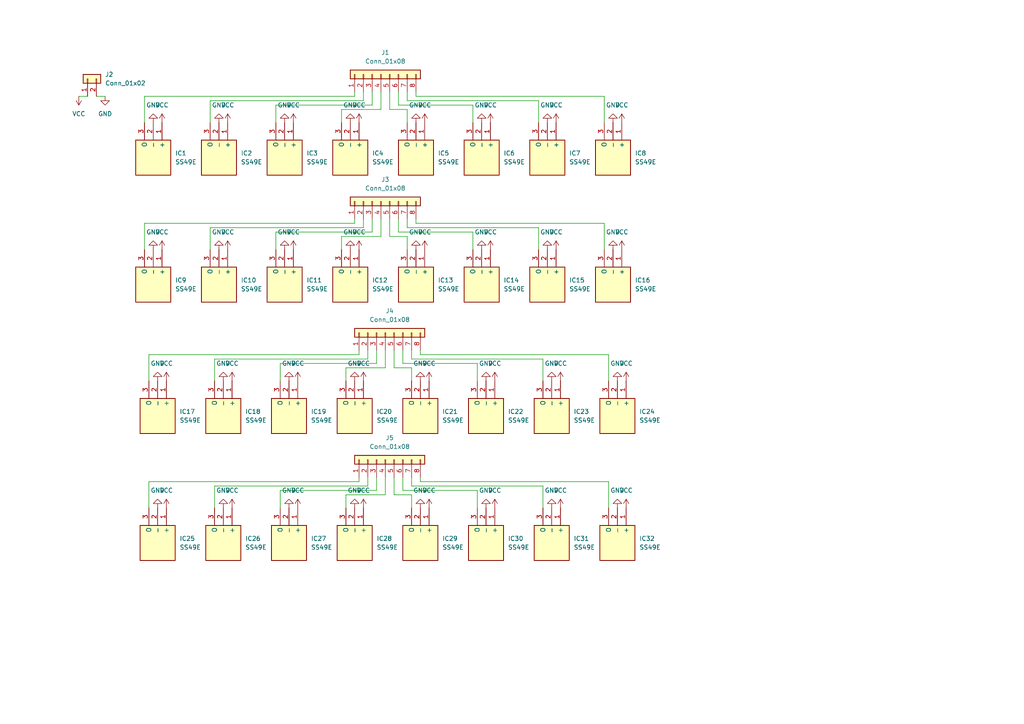
<source format=kicad_sch>
(kicad_sch (version 20230121) (generator eeschema)
  (paper "A4")
  (title_block (title "Chessboard half 1-4 linear hall adaper") (date "2023-09-17") (rev "0") (comment 1 "Schematic for chessboard PCB for ranks 1 through 4"))
  (lib_symbols
    (symbol "Connector_Generic:Conn_01x02" (pin_names (offset 1.016) hide)
      (property "Reference" "J" (at 0 2.54 0))
      (property "Value" "Conn_01x02" (at 0 -5.08 0))
      (symbol "Conn_01x02_1_1"
        (rectangle (start -1.27 -2.413) (end 0 -2.667) (stroke (width 0.1524)))
        (rectangle (start -1.27 0.127) (end 0 -0.127) (stroke (width 0.1524)))
        (rectangle (start -1.27 1.27) (end 1.27 -3.81) (stroke (width 0.254)) (fill (type background)))
        (pin passive line (at -5.08 0 0) (length 3.81) (name "Pin_1") (number "1"))
        (pin passive line (at -5.08 -2.54 0) (length 3.81) (name "Pin_2") (number "2"))
      )
    )
    (symbol "Connector_Generic:Conn_01x08" (pin_names (offset 1.016) hide)
      (property "Reference" "J" (at 0 10.16 0))
      (property "Value" "Conn_01x08" (at 0 -12.7 0))
      (symbol "Conn_01x08_1_1"
        (rectangle (start -1.27 -10.033) (end 0 -10.287) (stroke (width 0.1524)))
        (rectangle (start -1.27 -7.493) (end 0 -7.747) (stroke (width 0.1524)))
        (rectangle (start -1.27 -4.953) (end 0 -5.207) (stroke (width 0.1524)))
        (rectangle (start -1.27 -2.413) (end 0 -2.667) (stroke (width 0.1524)))
        (rectangle (start -1.27 0.127) (end 0 -0.127) (stroke (width 0.1524)))
        (rectangle (start -1.27 2.667) (end 0 2.413) (stroke (width 0.1524)))
        (rectangle (start -1.27 5.207) (end 0 4.953) (stroke (width 0.1524)))
        (rectangle (start -1.27 7.747) (end 0 7.493) (stroke (width 0.1524)))
        (rectangle (start -1.27 8.89) (end 1.27 -11.43) (stroke (width 0.254)) (fill (type background)))
        (pin passive line (at -5.08 7.62 0) (length 3.81) (name "Pin_1") (number "1"))
        (pin passive line (at -5.08 5.08 0) (length 3.81) (name "Pin_2") (number "2"))
        (pin passive line (at -5.08 2.54 0) (length 3.81) (name "Pin_3") (number "3"))
        (pin passive line (at -5.08 0 0) (length 3.81) (name "Pin_4") (number "4"))
        (pin passive line (at -5.08 -2.54 0) (length 3.81) (name "Pin_5") (number "5"))
        (pin passive line (at -5.08 -5.08 0) (length 3.81) (name "Pin_6") (number "6"))
        (pin passive line (at -5.08 -7.62 0) (length 3.81) (name "Pin_7") (number "7"))
        (pin passive line (at -5.08 -10.16 0) (length 3.81) (name "Pin_8") (number "8"))
      )
    )
    (symbol "SamacSys_Parts:SS49E"
      (property "Reference" "IC" (at 16.51 7.62 0))
      (property "Value" "SS49E" (at 16.51 5.08 0))
      (symbol "SS49E_1_1"
        (rectangle (start 5.08 2.54) (end 15.24 -7.62) (stroke (width 0.254)) (fill (type background)))
        (pin passive line (at 0 0 0) (length 5.08) (name "+") (number "1"))
        (pin passive line (at 0 -2.54 0) (length 5.08) (name "-") (number "2"))
        (pin passive line (at 0 -5.08 0) (length 5.08) (name "O") (number "3"))
      )
    )
    (symbol "power:GND" (power) (pin_names (offset 0))
      (property "Value" "GND" (at 0 -3.81 0))
      (symbol "GND_0_1"
        (polyline (pts (xy 0 0) (xy 0 -1.27) (xy 1.27 -1.27) (xy 0 -2.54) (xy -1.27 -1.27) (xy 0 -1.27)))
      )
      (symbol "GND_1_1"
        (pin power_in line (at 0 0 270) (length 0) hide (name "GND") (number "1"))
      )
    )
    (symbol "power:VCC" (power) (pin_names (offset 0))
      (property "Value" "VCC" (at 0 3.81 0))
      (symbol "VCC_0_1"
        (polyline (pts (xy -0.762 1.27) (xy 0 2.54)))
        (polyline (pts (xy 0 0) (xy 0 2.54)))
        (polyline (pts (xy 0 2.54) (xy 0.762 1.27)))
      )
      (symbol "VCC_1_1"
        (pin power_in line (at 0 0 90) (length 0) hide (name "VCC") (number "1"))
      )
    )
  )
  (wire (pts (xy 80.01 30.48) (xy 80.01 35.56)))
  (wire (pts (xy 107.95 63.5) (xy 107.95 67.31)))
  (wire (pts (xy 81.28 105.41) (xy 81.28 110.49)))
  (wire (pts (xy 80.01 67.31) (xy 80.01 72.39)))
  (wire (pts (xy 137.16 67.31) (xy 137.16 72.39)))
  (wire (pts (xy 102.87 63.5) (xy 102.87 64.77)))
  (wire (pts (xy 62.23 110.49) (xy 62.23 104.14)))
  (wire (pts (xy 104.14 102.87) (xy 43.18 102.87)))
  (wire (pts (xy 111.76 138.43) (xy 111.76 143.51)))
  (wire (pts (xy 156.21 66.04) (xy 118.11 66.04)))
  (wire (pts (xy 62.23 147.32) (xy 62.23 140.97)))
  (wire (pts (xy 60.96 66.04) (xy 105.41 66.04)))
  (wire (pts (xy 114.3 138.43) (xy 114.3 143.51)))
  (wire (pts (xy 43.18 102.87) (xy 43.18 110.49)))
  (wire (pts (xy 111.76 101.6) (xy 111.76 106.68)))
  (wire (pts (xy 109.22 101.6) (xy 109.22 105.41)))
  (wire (pts (xy 118.11 63.5) (xy 118.11 66.04)))
  (wire (pts (xy 109.22 138.43) (xy 109.22 142.24)))
  (wire (pts (xy 116.84 142.24) (xy 138.43 142.24)))
  (wire (pts (xy 114.3 106.68) (xy 119.38 106.68)))
  (wire (pts (xy 102.87 27.94) (xy 41.91 27.94)))
  (wire (pts (xy 120.65 63.5) (xy 120.65 64.77)))
  (wire (pts (xy 60.96 72.39) (xy 60.96 66.04)))
  (wire (pts (xy 22.86 27.94) (xy 25.4 27.94)))
  (wire (pts (xy 41.91 27.94) (xy 41.91 35.56)))
  (wire (pts (xy 137.16 30.48) (xy 137.16 35.56)))
  (wire (pts (xy 99.06 72.39) (xy 99.06 68.58)))
  (wire (pts (xy 106.68 101.6) (xy 106.68 104.14)))
  (wire (pts (xy 99.06 31.75) (xy 110.49 31.75)))
  (wire (pts (xy 118.11 31.75) (xy 118.11 35.56)))
  (wire (pts (xy 119.38 138.43) (xy 119.38 140.97)))
  (wire (pts (xy 120.65 64.77) (xy 175.26 64.77)))
  (wire (pts (xy 115.57 30.48) (xy 137.16 30.48)))
  (wire (pts (xy 119.38 106.68) (xy 119.38 110.49)))
  (wire (pts (xy 120.65 27.94) (xy 175.26 27.94)))
  (wire (pts (xy 60.96 35.56) (xy 60.96 29.21)))
  (wire (pts (xy 115.57 63.5) (xy 115.57 67.31)))
  (wire (pts (xy 102.87 64.77) (xy 41.91 64.77)))
  (wire (pts (xy 121.92 101.6) (xy 121.92 102.87)))
  (wire (pts (xy 176.53 139.7) (xy 176.53 147.32)))
  (wire (pts (xy 175.26 27.94) (xy 175.26 35.56)))
  (wire (pts (xy 110.49 63.5) (xy 110.49 68.58)))
  (wire (pts (xy 114.3 101.6) (xy 114.3 106.68)))
  (wire (pts (xy 119.38 101.6) (xy 119.38 104.14)))
  (wire (pts (xy 60.96 29.21) (xy 105.41 29.21)))
  (wire (pts (xy 157.48 140.97) (xy 119.38 140.97)))
  (wire (pts (xy 119.38 143.51) (xy 119.38 147.32)))
  (wire (pts (xy 115.57 26.67) (xy 115.57 30.48)))
  (wire (pts (xy 114.3 143.51) (xy 119.38 143.51)))
  (wire (pts (xy 121.92 102.87) (xy 176.53 102.87)))
  (wire (pts (xy 113.03 68.58) (xy 118.11 68.58)))
  (wire (pts (xy 100.33 106.68) (xy 111.76 106.68)))
  (wire (pts (xy 109.22 105.41) (xy 81.28 105.41)))
  (wire (pts (xy 118.11 26.67) (xy 118.11 29.21)))
  (wire (pts (xy 156.21 72.39) (xy 156.21 66.04)))
  (wire (pts (xy 104.14 138.43) (xy 104.14 139.7)))
  (wire (pts (xy 107.95 26.67) (xy 107.95 30.48)))
  (wire (pts (xy 113.03 26.67) (xy 113.03 31.75)))
  (wire (pts (xy 107.95 67.31) (xy 80.01 67.31)))
  (wire (pts (xy 157.48 147.32) (xy 157.48 140.97)))
  (wire (pts (xy 116.84 101.6) (xy 116.84 105.41)))
  (wire (pts (xy 176.53 102.87) (xy 176.53 110.49)))
  (wire (pts (xy 115.57 67.31) (xy 137.16 67.31)))
  (wire (pts (xy 43.18 139.7) (xy 43.18 147.32)))
  (wire (pts (xy 106.68 138.43) (xy 106.68 140.97)))
  (wire (pts (xy 118.11 68.58) (xy 118.11 72.39)))
  (wire (pts (xy 156.21 29.21) (xy 118.11 29.21)))
  (wire (pts (xy 138.43 105.41) (xy 138.43 110.49)))
  (wire (pts (xy 62.23 104.14) (xy 106.68 104.14)))
  (wire (pts (xy 121.92 138.43) (xy 121.92 139.7)))
  (wire (pts (xy 116.84 105.41) (xy 138.43 105.41)))
  (wire (pts (xy 104.14 101.6) (xy 104.14 102.87)))
  (wire (pts (xy 100.33 147.32) (xy 100.33 143.51)))
  (wire (pts (xy 121.92 139.7) (xy 176.53 139.7)))
  (wire (pts (xy 100.33 143.51) (xy 111.76 143.51)))
  (wire (pts (xy 104.14 139.7) (xy 43.18 139.7)))
  (wire (pts (xy 81.28 142.24) (xy 81.28 147.32)))
  (wire (pts (xy 113.03 63.5) (xy 113.03 68.58)))
  (wire (pts (xy 110.49 26.67) (xy 110.49 31.75)))
  (wire (pts (xy 27.94 27.94) (xy 30.48 27.94)))
  (wire (pts (xy 113.03 31.75) (xy 118.11 31.75)))
  (wire (pts (xy 102.87 26.67) (xy 102.87 27.94)))
  (wire (pts (xy 99.06 35.56) (xy 99.06 31.75)))
  (wire (pts (xy 62.23 140.97) (xy 106.68 140.97)))
  (wire (pts (xy 41.91 64.77) (xy 41.91 72.39)))
  (wire (pts (xy 120.65 26.67) (xy 120.65 27.94)))
  (wire (pts (xy 156.21 35.56) (xy 156.21 29.21)))
  (wire (pts (xy 138.43 142.24) (xy 138.43 147.32)))
  (wire (pts (xy 105.41 26.67) (xy 105.41 29.21)))
  (wire (pts (xy 107.95 30.48) (xy 80.01 30.48)))
  (wire (pts (xy 99.06 68.58) (xy 110.49 68.58)))
  (wire (pts (xy 157.48 110.49) (xy 157.48 104.14)))
  (wire (pts (xy 116.84 138.43) (xy 116.84 142.24)))
  (wire (pts (xy 175.26 64.77) (xy 175.26 72.39)))
  (wire (pts (xy 157.48 104.14) (xy 119.38 104.14)))
  (wire (pts (xy 105.41 63.5) (xy 105.41 66.04)))
  (wire (pts (xy 100.33 110.49) (xy 100.33 106.68)))
  (wire (pts (xy 109.22 142.24) (xy 81.28 142.24)))
  (symbol (lib_id "power:VCC") (at 67.31 147.32 0) (unit 1)
    (property "Reference" "#PWR054" (effects hide))
    (property "Value" "VCC" (at 67.31 142.24 0))
  )
  (symbol (lib_id "SamacSys_Parts:SS49E") (at 48.26 147.32 270) (unit 1)
    (property "Reference" "IC25" (at 52.07 156.21 90) (effects (justify left)))
    (property "Value" "SS49E" (at 52.07 158.75 90) (effects (justify left)))
    (property "Footprint" "SamacSys_Parts:TO130P160X410X300-3P" (effects hide))
    (property "Datasheet" "https://datasheet.datasheetarchive.com/originals/distributors/SFDatasheet-1/sf-00023632.pdf" (effects hide))
    (property "Height" "1.6" (effects hide))
    (property "Manufacturer_Name" "Honeywell" (effects hide))
    (property "Manufacturer_Part_Number" "SS49E" (effects hide))
    (property "Mouser Part Number" "785-SS49E" (effects hide))
    (property "Mouser Price/Stock" "https://www.mouser.co.uk/ProductDetail/Honeywell/SS49E?qs=%2Ffq2y7sSKcJBD3o5K2Vcgg%3D%3D" (effects hide))
    (property "Arrow Part Number" "SS49E" (effects hide))
    (property "Arrow Price/Stock" "https://www.arrow.com/en/products/ss49e/honeywell?region=europe" (effects hide))
  )
  (symbol (lib_id "power:GND") (at 45.72 110.49 180) (unit 1)
    (property "Reference" "#PWR035" (effects hide))
    (property "Value" "GND" (at 45.72 105.41 0))
  )
  (symbol (lib_id "power:GND") (at 82.55 72.39 180) (unit 1)
    (property "Reference" "#PWR023" (effects hide))
    (property "Value" "GND" (at 82.55 67.31 0))
  )
  (symbol (lib_id "power:VCC") (at 105.41 110.49 0) (unit 1)
    (property "Reference" "#PWR042" (effects hide))
    (property "Value" "VCC" (at 105.41 105.41 0))
  )
  (symbol (lib_id "power:VCC") (at 66.04 72.39 0) (unit 1)
    (property "Reference" "#PWR022" (effects hide))
    (property "Value" "VCC" (at 66.04 67.31 0))
  )
  (symbol (lib_id "power:VCC") (at 104.14 35.56 0) (unit 1)
    (property "Reference" "#PWR010" (effects hide))
    (property "Value" "VCC" (at 104.14 30.48 0))
  )
  (symbol (lib_id "power:GND") (at 44.45 35.56 180) (unit 1)
    (property "Reference" "#PWR03" (effects hide))
    (property "Value" "GND" (at 44.45 30.48 0))
  )
  (symbol (lib_id "power:GND") (at 158.75 72.39 180) (unit 1)
    (property "Reference" "#PWR031" (effects hide))
    (property "Value" "GND" (at 158.75 67.31 0))
  )
  (symbol (lib_id "power:GND") (at 102.87 147.32 180) (unit 1)
    (property "Reference" "#PWR057" (effects hide))
    (property "Value" "GND" (at 102.87 142.24 0))
  )
  (symbol (lib_id "power:VCC") (at 161.29 35.56 0) (unit 1)
    (property "Reference" "#PWR016" (effects hide))
    (property "Value" "VCC" (at 161.29 30.48 0))
  )
  (symbol (lib_id "power:GND") (at 83.82 147.32 180) (unit 1)
    (property "Reference" "#PWR055" (effects hide))
    (property "Value" "GND" (at 83.82 142.24 0))
  )
  (symbol (lib_id "power:GND") (at 83.82 110.49 180) (unit 1)
    (property "Reference" "#PWR039" (effects hide))
    (property "Value" "GND" (at 83.82 105.41 0))
  )
  (symbol (lib_id "SamacSys_Parts:SS49E") (at 124.46 110.49 270) (unit 1)
    (property "Reference" "IC21" (at 128.27 119.38 90) (effects (justify left)))
    (property "Value" "SS49E" (at 128.27 121.92 90) (effects (justify left)))
    (property "Footprint" "SamacSys_Parts:TO130P160X410X300-3P" (effects hide))
    (property "Datasheet" "https://datasheet.datasheetarchive.com/originals/distributors/SFDatasheet-1/sf-00023632.pdf" (effects hide))
    (property "Height" "1.6" (effects hide))
    (property "Manufacturer_Name" "Honeywell" (effects hide))
    (property "Manufacturer_Part_Number" "SS49E" (effects hide))
    (property "Mouser Part Number" "785-SS49E" (effects hide))
    (property "Mouser Price/Stock" "https://www.mouser.co.uk/ProductDetail/Honeywell/SS49E?qs=%2Ffq2y7sSKcJBD3o5K2Vcgg%3D%3D" (effects hide))
    (property "Arrow Part Number" "SS49E" (effects hide))
    (property "Arrow Price/Stock" "https://www.arrow.com/en/products/ss49e/honeywell?region=europe" (effects hide))
  )
  (symbol (lib_id "SamacSys_Parts:SS49E") (at 123.19 35.56 270) (unit 1)
    (property "Reference" "IC5" (at 127 44.45 90) (effects (justify left)))
    (property "Value" "SS49E" (at 127 46.99 90) (effects (justify left)))
    (property "Footprint" "SamacSys_Parts:TO130P160X410X300-3P" (effects hide))
    (property "Datasheet" "https://datasheet.datasheetarchive.com/originals/distributors/SFDatasheet-1/sf-00023632.pdf" (effects hide))
    (property "Height" "1.6" (effects hide))
    (property "Manufacturer_Name" "Honeywell" (effects hide))
    (property "Manufacturer_Part_Number" "SS49E" (effects hide))
    (property "Mouser Part Number" "785-SS49E" (effects hide))
    (property "Mouser Price/Stock" "https://www.mouser.co.uk/ProductDetail/Honeywell/SS49E?qs=%2Ffq2y7sSKcJBD3o5K2Vcgg%3D%3D" (effects hide))
    (property "Arrow Part Number" "SS49E" (effects hide))
    (property "Arrow Price/Stock" "https://www.arrow.com/en/products/ss49e/honeywell?region=europe" (effects hide))
  )
  (symbol (lib_id "SamacSys_Parts:SS49E") (at 161.29 72.39 270) (unit 1)
    (property "Reference" "IC15" (at 165.1 81.28 90) (effects (justify left)))
    (property "Value" "SS49E" (at 165.1 83.82 90) (effects (justify left)))
    (property "Footprint" "SamacSys_Parts:TO130P160X410X300-3P" (effects hide))
    (property "Datasheet" "https://datasheet.datasheetarchive.com/originals/distributors/SFDatasheet-1/sf-00023632.pdf" (effects hide))
    (property "Height" "1.6" (effects hide))
    (property "Manufacturer_Name" "Honeywell" (effects hide))
    (property "Manufacturer_Part_Number" "SS49E" (effects hide))
    (property "Mouser Part Number" "785-SS49E" (effects hide))
    (property "Mouser Price/Stock" "https://www.mouser.co.uk/ProductDetail/Honeywell/SS49E?qs=%2Ffq2y7sSKcJBD3o5K2Vcgg%3D%3D" (effects hide))
    (property "Arrow Part Number" "SS49E" (effects hide))
    (property "Arrow Price/Stock" "https://www.arrow.com/en/products/ss49e/honeywell?region=europe" (effects hide))
  )
  (symbol (lib_id "power:GND") (at 63.5 72.39 180) (unit 1)
    (property "Reference" "#PWR021" (effects hide))
    (property "Value" "GND" (at 63.5 67.31 0))
  )
  (symbol (lib_id "SamacSys_Parts:SS49E") (at 86.36 110.49 270) (unit 1)
    (property "Reference" "IC19" (at 90.17 119.38 90) (effects (justify left)))
    (property "Value" "SS49E" (at 90.17 121.92 90) (effects (justify left)))
    (property "Footprint" "SamacSys_Parts:TO130P160X410X300-3P" (effects hide))
    (property "Datasheet" "https://datasheet.datasheetarchive.com/originals/distributors/SFDatasheet-1/sf-00023632.pdf" (effects hide))
    (property "Height" "1.6" (effects hide))
    (property "Manufacturer_Name" "Honeywell" (effects hide))
    (property "Manufacturer_Part_Number" "SS49E" (effects hide))
    (property "Mouser Part Number" "785-SS49E" (effects hide))
    (property "Mouser Price/Stock" "https://www.mouser.co.uk/ProductDetail/Honeywell/SS49E?qs=%2Ffq2y7sSKcJBD3o5K2Vcgg%3D%3D" (effects hide))
    (property "Arrow Part Number" "SS49E" (effects hide))
    (property "Arrow Price/Stock" "https://www.arrow.com/en/products/ss49e/honeywell?region=europe" (effects hide))
  )
  (symbol (lib_id "power:VCC") (at 85.09 35.56 0) (unit 1)
    (property "Reference" "#PWR08" (effects hide))
    (property "Value" "VCC" (at 85.09 30.48 0))
  )
  (symbol (lib_id "power:GND") (at 63.5 35.56 180) (unit 1)
    (property "Reference" "#PWR05" (effects hide))
    (property "Value" "GND" (at 63.5 30.48 0))
  )
  (symbol (lib_id "power:VCC") (at 181.61 110.49 0) (unit 1)
    (property "Reference" "#PWR050" (effects hide))
    (property "Value" "VCC" (at 181.61 105.41 0))
  )
  (symbol (lib_id "power:VCC") (at 86.36 147.32 0) (unit 1)
    (property "Reference" "#PWR056" (effects hide))
    (property "Value" "VCC" (at 86.36 142.24 0))
  )
  (symbol (lib_id "power:VCC") (at 123.19 72.39 0) (unit 1)
    (property "Reference" "#PWR028" (effects hide))
    (property "Value" "VCC" (at 123.19 67.31 0))
  )
  (symbol (lib_id "power:VCC") (at 142.24 72.39 0) (unit 1)
    (property "Reference" "#PWR030" (effects hide))
    (property "Value" "VCC" (at 142.24 67.31 0))
  )
  (symbol (lib_id "power:VCC") (at 46.99 35.56 0) (unit 1)
    (property "Reference" "#PWR04" (effects hide))
    (property "Value" "VCC" (at 46.99 30.48 0))
  )
  (symbol (lib_id "power:GND") (at 179.07 110.49 180) (unit 1)
    (property "Reference" "#PWR049" (effects hide))
    (property "Value" "GND" (at 179.07 105.41 0))
  )
  (symbol (lib_id "power:VCC") (at 85.09 72.39 0) (unit 1)
    (property "Reference" "#PWR024" (effects hide))
    (property "Value" "VCC" (at 85.09 67.31 0))
  )
  (symbol (lib_id "power:VCC") (at 48.26 147.32 0) (unit 1)
    (property "Reference" "#PWR052" (effects hide))
    (property "Value" "VCC" (at 48.26 142.24 0))
  )
  (symbol (lib_id "power:GND") (at 101.6 72.39 180) (unit 1)
    (property "Reference" "#PWR025" (effects hide))
    (property "Value" "GND" (at 101.6 67.31 0))
  )
  (symbol (lib_id "SamacSys_Parts:SS49E") (at 104.14 35.56 270) (unit 1)
    (property "Reference" "IC4" (at 107.95 44.45 90) (effects (justify left)))
    (property "Value" "SS49E" (at 107.95 46.99 90) (effects (justify left)))
    (property "Footprint" "SamacSys_Parts:TO130P160X410X300-3P" (effects hide))
    (property "Datasheet" "https://datasheet.datasheetarchive.com/originals/distributors/SFDatasheet-1/sf-00023632.pdf" (effects hide))
    (property "Height" "1.6" (effects hide))
    (property "Manufacturer_Name" "Honeywell" (effects hide))
    (property "Manufacturer_Part_Number" "SS49E" (effects hide))
    (property "Mouser Part Number" "785-SS49E" (effects hide))
    (property "Mouser Price/Stock" "https://www.mouser.co.uk/ProductDetail/Honeywell/SS49E?qs=%2Ffq2y7sSKcJBD3o5K2Vcgg%3D%3D" (effects hide))
    (property "Arrow Part Number" "SS49E" (effects hide))
    (property "Arrow Price/Stock" "https://www.arrow.com/en/products/ss49e/honeywell?region=europe" (effects hide))
  )
  (symbol (lib_id "power:GND") (at 140.97 110.49 180) (unit 1)
    (property "Reference" "#PWR045" (effects hide))
    (property "Value" "GND" (at 140.97 105.41 0))
  )
  (symbol (lib_id "Connector_Generic:Conn_01x08") (at 110.49 58.42 90) (unit 1)
    (property "Reference" "J3" (at 111.76 52.07 90))
    (property "Value" "Conn_01x08" (at 111.76 54.61 90))
    (property "Footprint" "Connector_PinHeader_2.54mm:PinHeader_1x08_P2.54mm_Vertical" (effects hide))
  )
  (symbol (lib_id "power:GND") (at 120.65 35.56 180) (unit 1)
    (property "Reference" "#PWR011" (effects hide))
    (property "Value" "GND" (at 120.65 30.48 0))
  )
  (symbol (lib_id "power:GND") (at 121.92 147.32 180) (unit 1)
    (property "Reference" "#PWR059" (effects hide))
    (property "Value" "GND" (at 121.92 142.24 0))
  )
  (symbol (lib_id "SamacSys_Parts:SS49E") (at 86.36 147.32 270) (unit 1)
    (property "Reference" "IC27" (at 90.17 156.21 90) (effects (justify left)))
    (property "Value" "SS49E" (at 90.17 158.75 90) (effects (justify left)))
    (property "Footprint" "SamacSys_Parts:TO130P160X410X300-3P" (effects hide))
    (property "Datasheet" "https://datasheet.datasheetarchive.com/originals/distributors/SFDatasheet-1/sf-00023632.pdf" (effects hide))
    (property "Height" "1.6" (effects hide))
    (property "Manufacturer_Name" "Honeywell" (effects hide))
    (property "Manufacturer_Part_Number" "SS49E" (effects hide))
    (property "Mouser Part Number" "785-SS49E" (effects hide))
    (property "Mouser Price/Stock" "https://www.mouser.co.uk/ProductDetail/Honeywell/SS49E?qs=%2Ffq2y7sSKcJBD3o5K2Vcgg%3D%3D" (effects hide))
    (property "Arrow Part Number" "SS49E" (effects hide))
    (property "Arrow Price/Stock" "https://www.arrow.com/en/products/ss49e/honeywell?region=europe" (effects hide))
  )
  (symbol (lib_id "power:GND") (at 121.92 110.49 180) (unit 1)
    (property "Reference" "#PWR043" (effects hide))
    (property "Value" "GND" (at 121.92 105.41 0))
  )
  (symbol (lib_id "power:VCC") (at 162.56 147.32 0) (unit 1)
    (property "Reference" "#PWR064" (effects hide))
    (property "Value" "VCC" (at 162.56 142.24 0))
  )
  (symbol (lib_id "power:GND") (at 120.65 72.39 180) (unit 1)
    (property "Reference" "#PWR027" (effects hide))
    (property "Value" "GND" (at 120.65 67.31 0))
  )
  (symbol (lib_id "power:GND") (at 64.77 110.49 180) (unit 1)
    (property "Reference" "#PWR037" (effects hide))
    (property "Value" "GND" (at 64.77 105.41 0))
  )
  (symbol (lib_id "SamacSys_Parts:SS49E") (at 142.24 72.39 270) (unit 1)
    (property "Reference" "IC14" (at 146.05 81.28 90) (effects (justify left)))
    (property "Value" "SS49E" (at 146.05 83.82 90) (effects (justify left)))
    (property "Footprint" "SamacSys_Parts:TO130P160X410X300-3P" (effects hide))
    (property "Datasheet" "https://datasheet.datasheetarchive.com/originals/distributors/SFDatasheet-1/sf-00023632.pdf" (effects hide))
    (property "Height" "1.6" (effects hide))
    (property "Manufacturer_Name" "Honeywell" (effects hide))
    (property "Manufacturer_Part_Number" "SS49E" (effects hide))
    (property "Mouser Part Number" "785-SS49E" (effects hide))
    (property "Mouser Price/Stock" "https://www.mouser.co.uk/ProductDetail/Honeywell/SS49E?qs=%2Ffq2y7sSKcJBD3o5K2Vcgg%3D%3D" (effects hide))
    (property "Arrow Part Number" "SS49E" (effects hide))
    (property "Arrow Price/Stock" "https://www.arrow.com/en/products/ss49e/honeywell?region=europe" (effects hide))
  )
  (symbol (lib_id "power:VCC") (at 180.34 72.39 0) (unit 1)
    (property "Reference" "#PWR034" (effects hide))
    (property "Value" "VCC" (at 180.34 67.31 0))
  )
  (symbol (lib_id "SamacSys_Parts:SS49E") (at 105.41 147.32 270) (unit 1)
    (property "Reference" "IC28" (at 109.22 156.21 90) (effects (justify left)))
    (property "Value" "SS49E" (at 109.22 158.75 90) (effects (justify left)))
    (property "Footprint" "SamacSys_Parts:TO130P160X410X300-3P" (effects hide))
    (property "Datasheet" "https://datasheet.datasheetarchive.com/originals/distributors/SFDatasheet-1/sf-00023632.pdf" (effects hide))
    (property "Height" "1.6" (effects hide))
    (property "Manufacturer_Name" "Honeywell" (effects hide))
    (property "Manufacturer_Part_Number" "SS49E" (effects hide))
    (property "Mouser Part Number" "785-SS49E" (effects hide))
    (property "Mouser Price/Stock" "https://www.mouser.co.uk/ProductDetail/Honeywell/SS49E?qs=%2Ffq2y7sSKcJBD3o5K2Vcgg%3D%3D" (effects hide))
    (property "Arrow Part Number" "SS49E" (effects hide))
    (property "Arrow Price/Stock" "https://www.arrow.com/en/products/ss49e/honeywell?region=europe" (effects hide))
  )
  (symbol (lib_id "power:VCC") (at 123.19 35.56 0) (unit 1)
    (property "Reference" "#PWR012" (effects hide))
    (property "Value" "VCC" (at 123.19 30.48 0))
  )
  (symbol (lib_id "SamacSys_Parts:SS49E") (at 161.29 35.56 270) (unit 1)
    (property "Reference" "IC7" (at 165.1 44.45 90) (effects (justify left)))
    (property "Value" "SS49E" (at 165.1 46.99 90) (effects (justify left)))
    (property "Footprint" "SamacSys_Parts:TO130P160X410X300-3P" (effects hide))
    (property "Datasheet" "https://datasheet.datasheetarchive.com/originals/distributors/SFDatasheet-1/sf-00023632.pdf" (effects hide))
    (property "Height" "1.6" (effects hide))
    (property "Manufacturer_Name" "Honeywell" (effects hide))
    (property "Manufacturer_Part_Number" "SS49E" (effects hide))
    (property "Mouser Part Number" "785-SS49E" (effects hide))
    (property "Mouser Price/Stock" "https://www.mouser.co.uk/ProductDetail/Honeywell/SS49E?qs=%2Ffq2y7sSKcJBD3o5K2Vcgg%3D%3D" (effects hide))
    (property "Arrow Part Number" "SS49E" (effects hide))
    (property "Arrow Price/Stock" "https://www.arrow.com/en/products/ss49e/honeywell?region=europe" (effects hide))
  )
  (symbol (lib_id "power:GND") (at 177.8 35.56 180) (unit 1)
    (property "Reference" "#PWR017" (effects hide))
    (property "Value" "GND" (at 177.8 30.48 0))
  )
  (symbol (lib_id "SamacSys_Parts:SS49E") (at 66.04 72.39 270) (unit 1)
    (property "Reference" "IC10" (at 69.85 81.28 90) (effects (justify left)))
    (property "Value" "SS49E" (at 69.85 83.82 90) (effects (justify left)))
    (property "Footprint" "SamacSys_Parts:TO130P160X410X300-3P" (effects hide))
    (property "Datasheet" "https://datasheet.datasheetarchive.com/originals/distributors/SFDatasheet-1/sf-00023632.pdf" (effects hide))
    (property "Height" "1.6" (effects hide))
    (property "Manufacturer_Name" "Honeywell" (effects hide))
    (property "Manufacturer_Part_Number" "SS49E" (effects hide))
    (property "Mouser Part Number" "785-SS49E" (effects hide))
    (property "Mouser Price/Stock" "https://www.mouser.co.uk/ProductDetail/Honeywell/SS49E?qs=%2Ffq2y7sSKcJBD3o5K2Vcgg%3D%3D" (effects hide))
    (property "Arrow Part Number" "SS49E" (effects hide))
    (property "Arrow Price/Stock" "https://www.arrow.com/en/products/ss49e/honeywell?region=europe" (effects hide))
  )
  (symbol (lib_id "Connector_Generic:Conn_01x08") (at 111.76 133.35 90) (unit 1)
    (property "Reference" "J5" (at 113.03 127 90))
    (property "Value" "Conn_01x08" (at 113.03 129.54 90))
    (property "Footprint" "Connector_PinHeader_2.54mm:PinHeader_1x08_P2.54mm_Vertical" (effects hide))
  )
  (symbol (lib_id "power:VCC") (at 46.99 72.39 0) (unit 1)
    (property "Reference" "#PWR020" (effects hide))
    (property "Value" "VCC" (at 46.99 67.31 0))
  )
  (symbol (lib_id "SamacSys_Parts:SS49E") (at 105.41 110.49 270) (unit 1)
    (property "Reference" "IC20" (at 109.22 119.38 90) (effects (justify left)))
    (property "Value" "SS49E" (at 109.22 121.92 90) (effects (justify left)))
    (property "Footprint" "SamacSys_Parts:TO130P160X410X300-3P" (effects hide))
    (property "Datasheet" "https://datasheet.datasheetarchive.com/originals/distributors/SFDatasheet-1/sf-00023632.pdf" (effects hide))
    (property "Height" "1.6" (effects hide))
    (property "Manufacturer_Name" "Honeywell" (effects hide))
    (property "Manufacturer_Part_Number" "SS49E" (effects hide))
    (property "Mouser Part Number" "785-SS49E" (effects hide))
    (property "Mouser Price/Stock" "https://www.mouser.co.uk/ProductDetail/Honeywell/SS49E?qs=%2Ffq2y7sSKcJBD3o5K2Vcgg%3D%3D" (effects hide))
    (property "Arrow Part Number" "SS49E" (effects hide))
    (property "Arrow Price/Stock" "https://www.arrow.com/en/products/ss49e/honeywell?region=europe" (effects hide))
  )
  (symbol (lib_id "power:GND") (at 160.02 110.49 180) (unit 1)
    (property "Reference" "#PWR047" (effects hide))
    (property "Value" "GND" (at 160.02 105.41 0))
  )
  (symbol (lib_id "SamacSys_Parts:SS49E") (at 123.19 72.39 270) (unit 1)
    (property "Reference" "IC13" (at 127 81.28 90) (effects (justify left)))
    (property "Value" "SS49E" (at 127 83.82 90) (effects (justify left)))
    (property "Footprint" "SamacSys_Parts:TO130P160X410X300-3P" (effects hide))
    (property "Datasheet" "https://datasheet.datasheetarchive.com/originals/distributors/SFDatasheet-1/sf-00023632.pdf" (effects hide))
    (property "Height" "1.6" (effects hide))
    (property "Manufacturer_Name" "Honeywell" (effects hide))
    (property "Manufacturer_Part_Number" "SS49E" (effects hide))
    (property "Mouser Part Number" "785-SS49E" (effects hide))
    (property "Mouser Price/Stock" "https://www.mouser.co.uk/ProductDetail/Honeywell/SS49E?qs=%2Ffq2y7sSKcJBD3o5K2Vcgg%3D%3D" (effects hide))
    (property "Arrow Part Number" "SS49E" (effects hide))
    (property "Arrow Price/Stock" "https://www.arrow.com/en/products/ss49e/honeywell?region=europe" (effects hide))
  )
  (symbol (lib_id "power:GND") (at 179.07 147.32 180) (unit 1)
    (property "Reference" "#PWR065" (effects hide))
    (property "Value" "GND" (at 179.07 142.24 0))
  )
  (symbol (lib_id "SamacSys_Parts:SS49E") (at 85.09 72.39 270) (unit 1)
    (property "Reference" "IC11" (at 88.9 81.28 90) (effects (justify left)))
    (property "Value" "SS49E" (at 88.9 83.82 90) (effects (justify left)))
    (property "Footprint" "SamacSys_Parts:TO130P160X410X300-3P" (effects hide))
    (property "Datasheet" "https://datasheet.datasheetarchive.com/originals/distributors/SFDatasheet-1/sf-00023632.pdf" (effects hide))
    (property "Height" "1.6" (effects hide))
    (property "Manufacturer_Name" "Honeywell" (effects hide))
    (property "Manufacturer_Part_Number" "SS49E" (effects hide))
    (property "Mouser Part Number" "785-SS49E" (effects hide))
    (property "Mouser Price/Stock" "https://www.mouser.co.uk/ProductDetail/Honeywell/SS49E?qs=%2Ffq2y7sSKcJBD3o5K2Vcgg%3D%3D" (effects hide))
    (property "Arrow Part Number" "SS49E" (effects hide))
    (property "Arrow Price/Stock" "https://www.arrow.com/en/products/ss49e/honeywell?region=europe" (effects hide))
  )
  (symbol (lib_id "power:GND") (at 158.75 35.56 180) (unit 1)
    (property "Reference" "#PWR015" (effects hide))
    (property "Value" "GND" (at 158.75 30.48 0))
  )
  (symbol (lib_id "power:GND") (at 44.45 72.39 180) (unit 1)
    (property "Reference" "#PWR019" (effects hide))
    (property "Value" "GND" (at 44.45 67.31 0))
  )
  (symbol (lib_id "SamacSys_Parts:SS49E") (at 142.24 35.56 270) (unit 1)
    (property "Reference" "IC6" (at 146.05 44.45 90) (effects (justify left)))
    (property "Value" "SS49E" (at 146.05 46.99 90) (effects (justify left)))
    (property "Footprint" "SamacSys_Parts:TO130P160X410X300-3P" (effects hide))
    (property "Datasheet" "https://datasheet.datasheetarchive.com/originals/distributors/SFDatasheet-1/sf-00023632.pdf" (effects hide))
    (property "Height" "1.6" (effects hide))
    (property "Manufacturer_Name" "Honeywell" (effects hide))
    (property "Manufacturer_Part_Number" "SS49E" (effects hide))
    (property "Mouser Part Number" "785-SS49E" (effects hide))
    (property "Mouser Price/Stock" "https://www.mouser.co.uk/ProductDetail/Honeywell/SS49E?qs=%2Ffq2y7sSKcJBD3o5K2Vcgg%3D%3D" (effects hide))
    (property "Arrow Part Number" "SS49E" (effects hide))
    (property "Arrow Price/Stock" "https://www.arrow.com/en/products/ss49e/honeywell?region=europe" (effects hide))
  )
  (symbol (lib_id "power:VCC") (at 124.46 110.49 0) (unit 1)
    (property "Reference" "#PWR044" (effects hide))
    (property "Value" "VCC" (at 124.46 105.41 0))
  )
  (symbol (lib_id "SamacSys_Parts:SS49E") (at 66.04 35.56 270) (unit 1)
    (property "Reference" "IC2" (at 69.85 44.45 90) (effects (justify left)))
    (property "Value" "SS49E" (at 69.85 46.99 90) (effects (justify left)))
    (property "Footprint" "SamacSys_Parts:TO130P160X410X300-3P" (effects hide))
    (property "Datasheet" "https://datasheet.datasheetarchive.com/originals/distributors/SFDatasheet-1/sf-00023632.pdf" (effects hide))
    (property "Height" "1.6" (effects hide))
    (property "Manufacturer_Name" "Honeywell" (effects hide))
    (property "Manufacturer_Part_Number" "SS49E" (effects hide))
    (property "Mouser Part Number" "785-SS49E" (effects hide))
    (property "Mouser Price/Stock" "https://www.mouser.co.uk/ProductDetail/Honeywell/SS49E?qs=%2Ffq2y7sSKcJBD3o5K2Vcgg%3D%3D" (effects hide))
    (property "Arrow Part Number" "SS49E" (effects hide))
    (property "Arrow Price/Stock" "https://www.arrow.com/en/products/ss49e/honeywell?region=europe" (effects hide))
  )
  (symbol (lib_id "power:VCC") (at 161.29 72.39 0) (unit 1)
    (property "Reference" "#PWR032" (effects hide))
    (property "Value" "VCC" (at 161.29 67.31 0))
  )
  (symbol (lib_id "power:VCC") (at 124.46 147.32 0) (unit 1)
    (property "Reference" "#PWR060" (effects hide))
    (property "Value" "VCC" (at 124.46 142.24 0))
  )
  (symbol (lib_id "power:VCC") (at 48.26 110.49 0) (unit 1)
    (property "Reference" "#PWR036" (effects hide))
    (property "Value" "VCC" (at 48.26 105.41 0))
  )
  (symbol (lib_id "SamacSys_Parts:SS49E") (at 143.51 147.32 270) (unit 1)
    (property "Reference" "IC30" (at 147.32 156.21 90) (effects (justify left)))
    (property "Value" "SS49E" (at 147.32 158.75 90) (effects (justify left)))
    (property "Footprint" "SamacSys_Parts:TO130P160X410X300-3P" (effects hide))
    (property "Datasheet" "https://datasheet.datasheetarchive.com/originals/distributors/SFDatasheet-1/sf-00023632.pdf" (effects hide))
    (property "Height" "1.6" (effects hide))
    (property "Manufacturer_Name" "Honeywell" (effects hide))
    (property "Manufacturer_Part_Number" "SS49E" (effects hide))
    (property "Mouser Part Number" "785-SS49E" (effects hide))
    (property "Mouser Price/Stock" "https://www.mouser.co.uk/ProductDetail/Honeywell/SS49E?qs=%2Ffq2y7sSKcJBD3o5K2Vcgg%3D%3D" (effects hide))
    (property "Arrow Part Number" "SS49E" (effects hide))
    (property "Arrow Price/Stock" "https://www.arrow.com/en/products/ss49e/honeywell?region=europe" (effects hide))
  )
  (symbol (lib_id "power:GND") (at 30.48 27.94 0) (unit 1)
    (property "Reference" "#PWR02" (effects hide))
    (property "Value" "GND" (at 30.48 33.02 0))
  )
  (symbol (lib_id "power:GND") (at 101.6 35.56 180) (unit 1)
    (property "Reference" "#PWR09" (effects hide))
    (property "Value" "GND" (at 101.6 30.48 0))
  )
  (symbol (lib_id "Connector_Generic:Conn_01x08") (at 110.49 21.59 90) (unit 1)
    (property "Reference" "J1" (at 111.76 15.24 90))
    (property "Value" "Conn_01x08" (at 111.76 17.78 90))
    (property "Footprint" "Connector_PinHeader_2.54mm:PinHeader_1x08_P2.54mm_Vertical" (effects hide))
  )
  (symbol (lib_id "SamacSys_Parts:SS49E") (at 124.46 147.32 270) (unit 1)
    (property "Reference" "IC29" (at 128.27 156.21 90) (effects (justify left)))
    (property "Value" "SS49E" (at 128.27 158.75 90) (effects (justify left)))
    (property "Footprint" "SamacSys_Parts:TO130P160X410X300-3P" (effects hide))
    (property "Datasheet" "https://datasheet.datasheetarchive.com/originals/distributors/SFDatasheet-1/sf-00023632.pdf" (effects hide))
    (property "Height" "1.6" (effects hide))
    (property "Manufacturer_Name" "Honeywell" (effects hide))
    (property "Manufacturer_Part_Number" "SS49E" (effects hide))
    (property "Mouser Part Number" "785-SS49E" (effects hide))
    (property "Mouser Price/Stock" "https://www.mouser.co.uk/ProductDetail/Honeywell/SS49E?qs=%2Ffq2y7sSKcJBD3o5K2Vcgg%3D%3D" (effects hide))
    (property "Arrow Part Number" "SS49E" (effects hide))
    (property "Arrow Price/Stock" "https://www.arrow.com/en/products/ss49e/honeywell?region=europe" (effects hide))
  )
  (symbol (lib_id "SamacSys_Parts:SS49E") (at 181.61 110.49 270) (unit 1)
    (property "Reference" "IC24" (at 185.42 119.38 90) (effects (justify left)))
    (property "Value" "SS49E" (at 185.42 121.92 90) (effects (justify left)))
    (property "Footprint" "SamacSys_Parts:TO130P160X410X300-3P" (effects hide))
    (property "Datasheet" "https://datasheet.datasheetarchive.com/originals/distributors/SFDatasheet-1/sf-00023632.pdf" (effects hide))
    (property "Height" "1.6" (effects hide))
    (property "Manufacturer_Name" "Honeywell" (effects hide))
    (property "Manufacturer_Part_Number" "SS49E" (effects hide))
    (property "Mouser Part Number" "785-SS49E" (effects hide))
    (property "Mouser Price/Stock" "https://www.mouser.co.uk/ProductDetail/Honeywell/SS49E?qs=%2Ffq2y7sSKcJBD3o5K2Vcgg%3D%3D" (effects hide))
    (property "Arrow Part Number" "SS49E" (effects hide))
    (property "Arrow Price/Stock" "https://www.arrow.com/en/products/ss49e/honeywell?region=europe" (effects hide))
  )
  (symbol (lib_id "SamacSys_Parts:SS49E") (at 162.56 147.32 270) (unit 1)
    (property "Reference" "IC31" (at 166.37 156.21 90) (effects (justify left)))
    (property "Value" "SS49E" (at 166.37 158.75 90) (effects (justify left)))
    (property "Footprint" "SamacSys_Parts:TO130P160X410X300-3P" (effects hide))
    (property "Datasheet" "https://datasheet.datasheetarchive.com/originals/distributors/SFDatasheet-1/sf-00023632.pdf" (effects hide))
    (property "Height" "1.6" (effects hide))
    (property "Manufacturer_Name" "Honeywell" (effects hide))
    (property "Manufacturer_Part_Number" "SS49E" (effects hide))
    (property "Mouser Part Number" "785-SS49E" (effects hide))
    (property "Mouser Price/Stock" "https://www.mouser.co.uk/ProductDetail/Honeywell/SS49E?qs=%2Ffq2y7sSKcJBD3o5K2Vcgg%3D%3D" (effects hide))
    (property "Arrow Part Number" "SS49E" (effects hide))
    (property "Arrow Price/Stock" "https://www.arrow.com/en/products/ss49e/honeywell?region=europe" (effects hide))
  )
  (symbol (lib_id "power:GND") (at 139.7 35.56 180) (unit 1)
    (property "Reference" "#PWR013" (effects hide))
    (property "Value" "GND" (at 139.7 30.48 0))
  )
  (symbol (lib_id "power:VCC") (at 104.14 72.39 0) (unit 1)
    (property "Reference" "#PWR026" (effects hide))
    (property "Value" "VCC" (at 104.14 67.31 0))
  )
  (symbol (lib_id "SamacSys_Parts:SS49E") (at 181.61 147.32 270) (unit 1)
    (property "Reference" "IC32" (at 185.42 156.21 90) (effects (justify left)))
    (property "Value" "SS49E" (at 185.42 158.75 90) (effects (justify left)))
    (property "Footprint" "SamacSys_Parts:TO130P160X410X300-3P" (effects hide))
    (property "Datasheet" "https://datasheet.datasheetarchive.com/originals/distributors/SFDatasheet-1/sf-00023632.pdf" (effects hide))
    (property "Height" "1.6" (effects hide))
    (property "Manufacturer_Name" "Honeywell" (effects hide))
    (property "Manufacturer_Part_Number" "SS49E" (effects hide))
    (property "Mouser Part Number" "785-SS49E" (effects hide))
    (property "Mouser Price/Stock" "https://www.mouser.co.uk/ProductDetail/Honeywell/SS49E?qs=%2Ffq2y7sSKcJBD3o5K2Vcgg%3D%3D" (effects hide))
    (property "Arrow Part Number" "SS49E" (effects hide))
    (property "Arrow Price/Stock" "https://www.arrow.com/en/products/ss49e/honeywell?region=europe" (effects hide))
  )
  (symbol (lib_id "SamacSys_Parts:SS49E") (at 67.31 110.49 270) (unit 1)
    (property "Reference" "IC18" (at 71.12 119.38 90) (effects (justify left)))
    (property "Value" "SS49E" (at 71.12 121.92 90) (effects (justify left)))
    (property "Footprint" "SamacSys_Parts:TO130P160X410X300-3P" (effects hide))
    (property "Datasheet" "https://datasheet.datasheetarchive.com/originals/distributors/SFDatasheet-1/sf-00023632.pdf" (effects hide))
    (property "Height" "1.6" (effects hide))
    (property "Manufacturer_Name" "Honeywell" (effects hide))
    (property "Manufacturer_Part_Number" "SS49E" (effects hide))
    (property "Mouser Part Number" "785-SS49E" (effects hide))
    (property "Mouser Price/Stock" "https://www.mouser.co.uk/ProductDetail/Honeywell/SS49E?qs=%2Ffq2y7sSKcJBD3o5K2Vcgg%3D%3D" (effects hide))
    (property "Arrow Part Number" "SS49E" (effects hide))
    (property "Arrow Price/Stock" "https://www.arrow.com/en/products/ss49e/honeywell?region=europe" (effects hide))
  )
  (symbol (lib_id "power:GND") (at 140.97 147.32 180) (unit 1)
    (property "Reference" "#PWR061" (effects hide))
    (property "Value" "GND" (at 140.97 142.24 0))
  )
  (symbol (lib_id "SamacSys_Parts:SS49E") (at 46.99 35.56 270) (unit 1)
    (property "Reference" "IC1" (at 50.8 44.45 90) (effects (justify left)))
    (property "Value" "SS49E" (at 50.8 46.99 90) (effects (justify left)))
    (property "Footprint" "SamacSys_Parts:TO130P160X410X300-3P" (effects hide))
    (property "Datasheet" "https://datasheet.datasheetarchive.com/originals/distributors/SFDatasheet-1/sf-00023632.pdf" (effects hide))
    (property "Height" "1.6" (effects hide))
    (property "Manufacturer_Name" "Honeywell" (effects hide))
    (property "Manufacturer_Part_Number" "SS49E" (effects hide))
    (property "Mouser Part Number" "785-SS49E" (effects hide))
    (property "Mouser Price/Stock" "https://www.mouser.co.uk/ProductDetail/Honeywell/SS49E?qs=%2Ffq2y7sSKcJBD3o5K2Vcgg%3D%3D" (effects hide))
    (property "Arrow Part Number" "SS49E" (effects hide))
    (property "Arrow Price/Stock" "https://www.arrow.com/en/products/ss49e/honeywell?region=europe" (effects hide))
  )
  (symbol (lib_id "SamacSys_Parts:SS49E") (at 85.09 35.56 270) (unit 1)
    (property "Reference" "IC3" (at 88.9 44.45 90) (effects (justify left)))
    (property "Value" "SS49E" (at 88.9 46.99 90) (effects (justify left)))
    (property "Footprint" "SamacSys_Parts:TO130P160X410X300-3P" (effects hide))
    (property "Datasheet" "https://datasheet.datasheetarchive.com/originals/distributors/SFDatasheet-1/sf-00023632.pdf" (effects hide))
    (property "Height" "1.6" (effects hide))
    (property "Manufacturer_Name" "Honeywell" (effects hide))
    (property "Manufacturer_Part_Number" "SS49E" (effects hide))
    (property "Mouser Part Number" "785-SS49E" (effects hide))
    (property "Mouser Price/Stock" "https://www.mouser.co.uk/ProductDetail/Honeywell/SS49E?qs=%2Ffq2y7sSKcJBD3o5K2Vcgg%3D%3D" (effects hide))
    (property "Arrow Part Number" "SS49E" (effects hide))
    (property "Arrow Price/Stock" "https://www.arrow.com/en/products/ss49e/honeywell?region=europe" (effects hide))
  )
  (symbol (lib_id "power:VCC") (at 180.34 35.56 0) (unit 1)
    (property "Reference" "#PWR018" (effects hide))
    (property "Value" "VCC" (at 180.34 30.48 0))
  )
  (symbol (lib_id "SamacSys_Parts:SS49E") (at 46.99 72.39 270) (unit 1)
    (property "Reference" "IC9" (at 50.8 81.28 90) (effects (justify left)))
    (property "Value" "SS49E" (at 50.8 83.82 90) (effects (justify left)))
    (property "Footprint" "SamacSys_Parts:TO130P160X410X300-3P" (effects hide))
    (property "Datasheet" "https://datasheet.datasheetarchive.com/originals/distributors/SFDatasheet-1/sf-00023632.pdf" (effects hide))
    (property "Height" "1.6" (effects hide))
    (property "Manufacturer_Name" "Honeywell" (effects hide))
    (property "Manufacturer_Part_Number" "SS49E" (effects hide))
    (property "Mouser Part Number" "785-SS49E" (effects hide))
    (property "Mouser Price/Stock" "https://www.mouser.co.uk/ProductDetail/Honeywell/SS49E?qs=%2Ffq2y7sSKcJBD3o5K2Vcgg%3D%3D" (effects hide))
    (property "Arrow Part Number" "SS49E" (effects hide))
    (property "Arrow Price/Stock" "https://www.arrow.com/en/products/ss49e/honeywell?region=europe" (effects hide))
  )
  (symbol (lib_id "SamacSys_Parts:SS49E") (at 48.26 110.49 270) (unit 1)
    (property "Reference" "IC17" (at 52.07 119.38 90) (effects (justify left)))
    (property "Value" "SS49E" (at 52.07 121.92 90) (effects (justify left)))
    (property "Footprint" "SamacSys_Parts:TO130P160X410X300-3P" (effects hide))
    (property "Datasheet" "https://datasheet.datasheetarchive.com/originals/distributors/SFDatasheet-1/sf-00023632.pdf" (effects hide))
    (property "Height" "1.6" (effects hide))
    (property "Manufacturer_Name" "Honeywell" (effects hide))
    (property "Manufacturer_Part_Number" "SS49E" (effects hide))
    (property "Mouser Part Number" "785-SS49E" (effects hide))
    (property "Mouser Price/Stock" "https://www.mouser.co.uk/ProductDetail/Honeywell/SS49E?qs=%2Ffq2y7sSKcJBD3o5K2Vcgg%3D%3D" (effects hide))
    (property "Arrow Part Number" "SS49E" (effects hide))
    (property "Arrow Price/Stock" "https://www.arrow.com/en/products/ss49e/honeywell?region=europe" (effects hide))
  )
  (symbol (lib_id "SamacSys_Parts:SS49E") (at 162.56 110.49 270) (unit 1)
    (property "Reference" "IC23" (at 166.37 119.38 90) (effects (justify left)))
    (property "Value" "SS49E" (at 166.37 121.92 90) (effects (justify left)))
    (property "Footprint" "SamacSys_Parts:TO130P160X410X300-3P" (effects hide))
    (property "Datasheet" "https://datasheet.datasheetarchive.com/originals/distributors/SFDatasheet-1/sf-00023632.pdf" (effects hide))
    (property "Height" "1.6" (effects hide))
    (property "Manufacturer_Name" "Honeywell" (effects hide))
    (property "Manufacturer_Part_Number" "SS49E" (effects hide))
    (property "Mouser Part Number" "785-SS49E" (effects hide))
    (property "Mouser Price/Stock" "https://www.mouser.co.uk/ProductDetail/Honeywell/SS49E?qs=%2Ffq2y7sSKcJBD3o5K2Vcgg%3D%3D" (effects hide))
    (property "Arrow Part Number" "SS49E" (effects hide))
    (property "Arrow Price/Stock" "https://www.arrow.com/en/products/ss49e/honeywell?region=europe" (effects hide))
  )
  (symbol (lib_id "power:GND") (at 102.87 110.49 180) (unit 1)
    (property "Reference" "#PWR041" (effects hide))
    (property "Value" "GND" (at 102.87 105.41 0))
  )
  (symbol (lib_id "Connector_Generic:Conn_01x02") (at 25.4 22.86 90) (unit 1)
    (property "Reference" "J2" (at 30.48 21.59 90) (effects (justify right)))
    (property "Value" "Conn_01x02" (at 30.48 24.13 90) (effects (justify right)))
    (property "Footprint" "Connector_PinHeader_2.54mm:PinHeader_1x02_P2.54mm_Vertical" (effects hide))
  )
  (symbol (lib_id "power:VCC") (at 22.86 27.94 180) (unit 1)
    (property "Reference" "#PWR01" (effects hide))
    (property "Value" "VCC" (at 22.86 33.02 0))
  )
  (symbol (lib_id "power:GND") (at 45.72 147.32 180) (unit 1)
    (property "Reference" "#PWR051" (effects hide))
    (property "Value" "GND" (at 45.72 142.24 0))
  )
  (symbol (lib_id "power:VCC") (at 162.56 110.49 0) (unit 1)
    (property "Reference" "#PWR048" (effects hide))
    (property "Value" "VCC" (at 162.56 105.41 0))
  )
  (symbol (lib_id "power:VCC") (at 181.61 147.32 0) (unit 1)
    (property "Reference" "#PWR066" (effects hide))
    (property "Value" "VCC" (at 181.61 142.24 0))
  )
  (symbol (lib_id "SamacSys_Parts:SS49E") (at 180.34 35.56 270) (unit 1)
    (property "Reference" "IC8" (at 184.15 44.45 90) (effects (justify left)))
    (property "Value" "SS49E" (at 184.15 46.99 90) (effects (justify left)))
    (property "Footprint" "SamacSys_Parts:TO130P160X410X300-3P" (effects hide))
    (property "Datasheet" "https://datasheet.datasheetarchive.com/originals/distributors/SFDatasheet-1/sf-00023632.pdf" (effects hide))
    (property "Height" "1.6" (effects hide))
    (property "Manufacturer_Name" "Honeywell" (effects hide))
    (property "Manufacturer_Part_Number" "SS49E" (effects hide))
    (property "Mouser Part Number" "785-SS49E" (effects hide))
    (property "Mouser Price/Stock" "https://www.mouser.co.uk/ProductDetail/Honeywell/SS49E?qs=%2Ffq2y7sSKcJBD3o5K2Vcgg%3D%3D" (effects hide))
    (property "Arrow Part Number" "SS49E" (effects hide))
    (property "Arrow Price/Stock" "https://www.arrow.com/en/products/ss49e/honeywell?region=europe" (effects hide))
  )
  (symbol (lib_id "power:VCC") (at 143.51 110.49 0) (unit 1)
    (property "Reference" "#PWR046" (effects hide))
    (property "Value" "VCC" (at 143.51 105.41 0))
  )
  (symbol (lib_id "SamacSys_Parts:SS49E") (at 143.51 110.49 270) (unit 1)
    (property "Reference" "IC22" (at 147.32 119.38 90) (effects (justify left)))
    (property "Value" "SS49E" (at 147.32 121.92 90) (effects (justify left)))
    (property "Footprint" "SamacSys_Parts:TO130P160X410X300-3P" (effects hide))
    (property "Datasheet" "https://datasheet.datasheetarchive.com/originals/distributors/SFDatasheet-1/sf-00023632.pdf" (effects hide))
    (property "Height" "1.6" (effects hide))
    (property "Manufacturer_Name" "Honeywell" (effects hide))
    (property "Manufacturer_Part_Number" "SS49E" (effects hide))
    (property "Mouser Part Number" "785-SS49E" (effects hide))
    (property "Mouser Price/Stock" "https://www.mouser.co.uk/ProductDetail/Honeywell/SS49E?qs=%2Ffq2y7sSKcJBD3o5K2Vcgg%3D%3D" (effects hide))
    (property "Arrow Part Number" "SS49E" (effects hide))
    (property "Arrow Price/Stock" "https://www.arrow.com/en/products/ss49e/honeywell?region=europe" (effects hide))
  )
  (symbol (lib_id "power:VCC") (at 142.24 35.56 0) (unit 1)
    (property "Reference" "#PWR014" (effects hide))
    (property "Value" "VCC" (at 142.24 30.48 0))
  )
  (symbol (lib_id "power:GND") (at 160.02 147.32 180) (unit 1)
    (property "Reference" "#PWR063" (effects hide))
    (property "Value" "GND" (at 160.02 142.24 0))
  )
  (symbol (lib_id "SamacSys_Parts:SS49E") (at 104.14 72.39 270) (unit 1)
    (property "Reference" "IC12" (at 107.95 81.28 90) (effects (justify left)))
    (property "Value" "SS49E" (at 107.95 83.82 90) (effects (justify left)))
    (property "Footprint" "SamacSys_Parts:TO130P160X410X300-3P" (effects hide))
    (property "Datasheet" "https://datasheet.datasheetarchive.com/originals/distributors/SFDatasheet-1/sf-00023632.pdf" (effects hide))
    (property "Height" "1.6" (effects hide))
    (property "Manufacturer_Name" "Honeywell" (effects hide))
    (property "Manufacturer_Part_Number" "SS49E" (effects hide))
    (property "Mouser Part Number" "785-SS49E" (effects hide))
    (property "Mouser Price/Stock" "https://www.mouser.co.uk/ProductDetail/Honeywell/SS49E?qs=%2Ffq2y7sSKcJBD3o5K2Vcgg%3D%3D" (effects hide))
    (property "Arrow Part Number" "SS49E" (effects hide))
    (property "Arrow Price/Stock" "https://www.arrow.com/en/products/ss49e/honeywell?region=europe" (effects hide))
  )
  (symbol (lib_id "power:GND") (at 64.77 147.32 180) (unit 1)
    (property "Reference" "#PWR053" (effects hide))
    (property "Value" "GND" (at 64.77 142.24 0))
  )
  (symbol (lib_id "power:GND") (at 82.55 35.56 180) (unit 1)
    (property "Reference" "#PWR07" (effects hide))
    (property "Value" "GND" (at 82.55 30.48 0))
  )
  (symbol (lib_id "power:GND") (at 177.8 72.39 180) (unit 1)
    (property "Reference" "#PWR033" (effects hide))
    (property "Value" "GND" (at 177.8 67.31 0))
  )
  (symbol (lib_id "SamacSys_Parts:SS49E") (at 180.34 72.39 270) (unit 1)
    (property "Reference" "IC16" (at 184.15 81.28 90) (effects (justify left)))
    (property "Value" "SS49E" (at 184.15 83.82 90) (effects (justify left)))
    (property "Footprint" "SamacSys_Parts:TO130P160X410X300-3P" (effects hide))
    (property "Datasheet" "https://datasheet.datasheetarchive.com/originals/distributors/SFDatasheet-1/sf-00023632.pdf" (effects hide))
    (property "Height" "1.6" (effects hide))
    (property "Manufacturer_Name" "Honeywell" (effects hide))
    (property "Manufacturer_Part_Number" "SS49E" (effects hide))
    (property "Mouser Part Number" "785-SS49E" (effects hide))
    (property "Mouser Price/Stock" "https://www.mouser.co.uk/ProductDetail/Honeywell/SS49E?qs=%2Ffq2y7sSKcJBD3o5K2Vcgg%3D%3D" (effects hide))
    (property "Arrow Part Number" "SS49E" (effects hide))
    (property "Arrow Price/Stock" "https://www.arrow.com/en/products/ss49e/honeywell?region=europe" (effects hide))
  )
  (symbol (lib_id "power:VCC") (at 66.04 35.56 0) (unit 1)
    (property "Reference" "#PWR06" (effects hide))
    (property "Value" "VCC" (at 66.04 30.48 0))
  )
  (symbol (lib_id "power:VCC") (at 105.41 147.32 0) (unit 1)
    (property "Reference" "#PWR058" (effects hide))
    (property "Value" "VCC" (at 105.41 142.24 0))
  )
  (symbol (lib_id "SamacSys_Parts:SS49E") (at 67.31 147.32 270) (unit 1)
    (property "Reference" "IC26" (at 71.12 156.21 90) (effects (justify left)))
    (property "Value" "SS49E" (at 71.12 158.75 90) (effects (justify left)))
    (property "Footprint" "SamacSys_Parts:TO130P160X410X300-3P" (effects hide))
    (property "Datasheet" "https://datasheet.datasheetarchive.com/originals/distributors/SFDatasheet-1/sf-00023632.pdf" (effects hide))
    (property "Height" "1.6" (effects hide))
    (property "Manufacturer_Name" "Honeywell" (effects hide))
    (property "Manufacturer_Part_Number" "SS49E" (effects hide))
    (property "Mouser Part Number" "785-SS49E" (effects hide))
    (property "Mouser Price/Stock" "https://www.mouser.co.uk/ProductDetail/Honeywell/SS49E?qs=%2Ffq2y7sSKcJBD3o5K2Vcgg%3D%3D" (effects hide))
    (property "Arrow Part Number" "SS49E" (effects hide))
    (property "Arrow Price/Stock" "https://www.arrow.com/en/products/ss49e/honeywell?region=europe" (effects hide))
  )
  (symbol (lib_id "power:VCC") (at 67.31 110.49 0) (unit 1)
    (property "Reference" "#PWR038" (effects hide))
    (property "Value" "VCC" (at 67.31 105.41 0))
  )
  (symbol (lib_id "Connector_Generic:Conn_01x08") (at 111.76 96.52 90) (unit 1)
    (property "Reference" "J4" (at 113.03 90.17 90))
    (property "Value" "Conn_01x08" (at 113.03 92.71 90))
    (property "Footprint" "Connector_PinHeader_2.54mm:PinHeader_1x08_P2.54mm_Vertical" (effects hide))
  )
  (symbol (lib_id "power:VCC") (at 143.51 147.32 0) (unit 1)
    (property "Reference" "#PWR062" (effects hide))
    (property "Value" "VCC" (at 143.51 142.24 0))
  )
  (symbol (lib_id "power:GND") (at 139.7 72.39 180) (unit 1)
    (property "Reference" "#PWR029" (effects hide))
    (property "Value" "GND" (at 139.7 67.31 0))
  )
  (symbol (lib_id "power:VCC") (at 86.36 110.49 0) (unit 1)
    (property "Reference" "#PWR040" (effects hide))
    (property "Value" "VCC" (at 86.36 105.41 0))
  )
)
</source>
